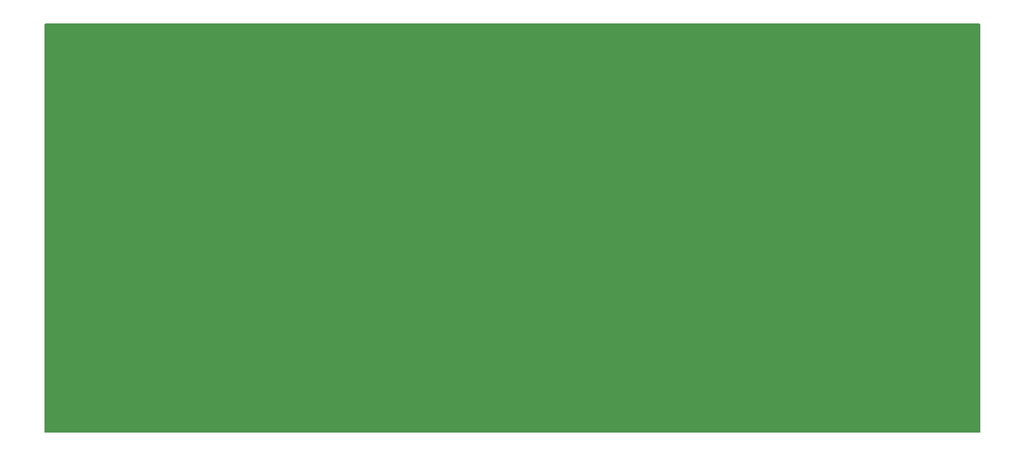
<source format=gbs>
%TF.GenerationSoftware,KiCad,Pcbnew,(7.0.0)*%
%TF.CreationDate,2023-07-10T13:28:02+01:00*%
%TF.ProjectId,lc-b3-mpa,6c632d62-332d-46d7-9061-2e6b69636164,rev?*%
%TF.SameCoordinates,PX5bf2160PY7a21618*%
%TF.FileFunction,Soldermask,Bot*%
%TF.FilePolarity,Negative*%
%FSLAX46Y46*%
G04 Gerber Fmt 4.6, Leading zero omitted, Abs format (unit mm)*
G04 Created by KiCad (PCBNEW (7.0.0)) date 2023-07-10 13:28:02*
%MOMM*%
%LPD*%
G01*
G04 APERTURE LIST*
%ADD10R,4.190000X2.660000*%
G04 APERTURE END LIST*
D10*
%TO.C,J1*%
X2132499Y17995620D03*
X2132499Y24975620D03*
%TD*%
%TO.C,J2*%
X95899999Y24989999D03*
X95899999Y18009999D03*
%TD*%
G36*
X97879800Y42932319D02*
G01*
X97925919Y42886200D01*
X97942800Y42823200D01*
X97942800Y149200D01*
X97925919Y86200D01*
X97879800Y40081D01*
X97816800Y23200D01*
X126000Y23200D01*
X63000Y40081D01*
X16881Y86200D01*
X0Y149200D01*
X0Y42823200D01*
X16881Y42886200D01*
X63000Y42932319D01*
X126000Y42949200D01*
X97816800Y42949200D01*
X97879800Y42932319D01*
G37*
M02*

</source>
